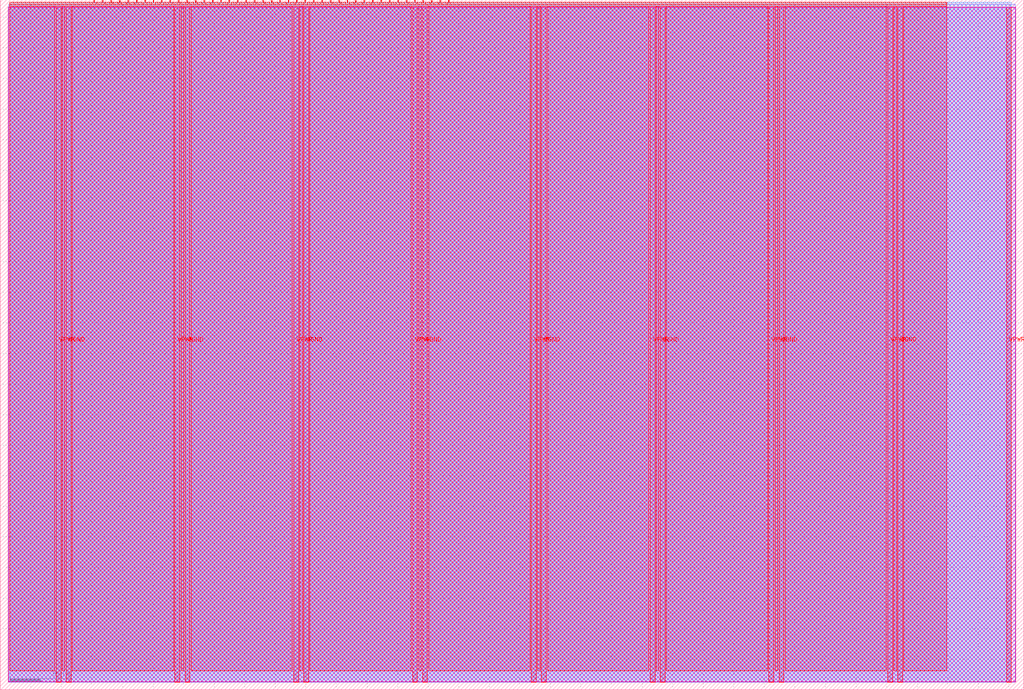
<source format=lef>
VERSION 5.7 ;
  NOWIREEXTENSIONATPIN ON ;
  DIVIDERCHAR "/" ;
  BUSBITCHARS "[]" ;
MACRO tt_um_urish_sic1
  CLASS BLOCK ;
  FOREIGN tt_um_urish_sic1 ;
  ORIGIN 0.000 0.000 ;
  SIZE 334.880 BY 225.760 ;
  PIN VGND
    DIRECTION INOUT ;
    USE GROUND ;
    PORT
      LAYER met4 ;
        RECT 21.580 2.480 23.180 223.280 ;
    END
    PORT
      LAYER met4 ;
        RECT 60.450 2.480 62.050 223.280 ;
    END
    PORT
      LAYER met4 ;
        RECT 99.320 2.480 100.920 223.280 ;
    END
    PORT
      LAYER met4 ;
        RECT 138.190 2.480 139.790 223.280 ;
    END
    PORT
      LAYER met4 ;
        RECT 177.060 2.480 178.660 223.280 ;
    END
    PORT
      LAYER met4 ;
        RECT 215.930 2.480 217.530 223.280 ;
    END
    PORT
      LAYER met4 ;
        RECT 254.800 2.480 256.400 223.280 ;
    END
    PORT
      LAYER met4 ;
        RECT 293.670 2.480 295.270 223.280 ;
    END
  END VGND
  PIN VPWR
    DIRECTION INOUT ;
    USE POWER ;
    PORT
      LAYER met4 ;
        RECT 18.280 2.480 19.880 223.280 ;
    END
    PORT
      LAYER met4 ;
        RECT 57.150 2.480 58.750 223.280 ;
    END
    PORT
      LAYER met4 ;
        RECT 96.020 2.480 97.620 223.280 ;
    END
    PORT
      LAYER met4 ;
        RECT 134.890 2.480 136.490 223.280 ;
    END
    PORT
      LAYER met4 ;
        RECT 173.760 2.480 175.360 223.280 ;
    END
    PORT
      LAYER met4 ;
        RECT 212.630 2.480 214.230 223.280 ;
    END
    PORT
      LAYER met4 ;
        RECT 251.500 2.480 253.100 223.280 ;
    END
    PORT
      LAYER met4 ;
        RECT 290.370 2.480 291.970 223.280 ;
    END
    PORT
      LAYER met4 ;
        RECT 329.240 2.480 330.840 223.280 ;
    END
  END VPWR
  PIN clk
    DIRECTION INPUT ;
    USE SIGNAL ;
    ANTENNAGATEAREA 0.852000 ;
    PORT
      LAYER met4 ;
        RECT 143.830 224.760 144.130 225.760 ;
    END
  END clk
  PIN ena
    DIRECTION INPUT ;
    USE SIGNAL ;
    PORT
      LAYER met4 ;
        RECT 146.590 224.760 146.890 225.760 ;
    END
  END ena
  PIN rst_n
    DIRECTION INPUT ;
    USE SIGNAL ;
    ANTENNAGATEAREA 0.213000 ;
    PORT
      LAYER met4 ;
        RECT 141.070 224.760 141.370 225.760 ;
    END
  END rst_n
  PIN ui_in[0]
    DIRECTION INPUT ;
    USE SIGNAL ;
    ANTENNAGATEAREA 0.247500 ;
    PORT
      LAYER met4 ;
        RECT 138.310 224.760 138.610 225.760 ;
    END
  END ui_in[0]
  PIN ui_in[1]
    DIRECTION INPUT ;
    USE SIGNAL ;
    ANTENNAGATEAREA 0.213000 ;
    PORT
      LAYER met4 ;
        RECT 135.550 224.760 135.850 225.760 ;
    END
  END ui_in[1]
  PIN ui_in[2]
    DIRECTION INPUT ;
    USE SIGNAL ;
    ANTENNAGATEAREA 0.213000 ;
    PORT
      LAYER met4 ;
        RECT 132.790 224.760 133.090 225.760 ;
    END
  END ui_in[2]
  PIN ui_in[3]
    DIRECTION INPUT ;
    USE SIGNAL ;
    ANTENNAGATEAREA 0.247500 ;
    PORT
      LAYER met4 ;
        RECT 130.030 224.760 130.330 225.760 ;
    END
  END ui_in[3]
  PIN ui_in[4]
    DIRECTION INPUT ;
    USE SIGNAL ;
    ANTENNAGATEAREA 0.247500 ;
    PORT
      LAYER met4 ;
        RECT 127.270 224.760 127.570 225.760 ;
    END
  END ui_in[4]
  PIN ui_in[5]
    DIRECTION INPUT ;
    USE SIGNAL ;
    ANTENNAGATEAREA 0.159000 ;
    PORT
      LAYER met4 ;
        RECT 124.510 224.760 124.810 225.760 ;
    END
  END ui_in[5]
  PIN ui_in[6]
    DIRECTION INPUT ;
    USE SIGNAL ;
    ANTENNAGATEAREA 0.159000 ;
    PORT
      LAYER met4 ;
        RECT 121.750 224.760 122.050 225.760 ;
    END
  END ui_in[6]
  PIN ui_in[7]
    DIRECTION INPUT ;
    USE SIGNAL ;
    ANTENNAGATEAREA 0.159000 ;
    PORT
      LAYER met4 ;
        RECT 118.990 224.760 119.290 225.760 ;
    END
  END ui_in[7]
  PIN uio_in[0]
    DIRECTION INPUT ;
    USE SIGNAL ;
    ANTENNAGATEAREA 0.213000 ;
    PORT
      LAYER met4 ;
        RECT 116.230 224.760 116.530 225.760 ;
    END
  END uio_in[0]
  PIN uio_in[1]
    DIRECTION INPUT ;
    USE SIGNAL ;
    PORT
      LAYER met4 ;
        RECT 113.470 224.760 113.770 225.760 ;
    END
  END uio_in[1]
  PIN uio_in[2]
    DIRECTION INPUT ;
    USE SIGNAL ;
    ANTENNAGATEAREA 0.213000 ;
    PORT
      LAYER met4 ;
        RECT 110.710 224.760 111.010 225.760 ;
    END
  END uio_in[2]
  PIN uio_in[3]
    DIRECTION INPUT ;
    USE SIGNAL ;
    ANTENNAGATEAREA 0.196500 ;
    PORT
      LAYER met4 ;
        RECT 107.950 224.760 108.250 225.760 ;
    END
  END uio_in[3]
  PIN uio_in[4]
    DIRECTION INPUT ;
    USE SIGNAL ;
    PORT
      LAYER met4 ;
        RECT 105.190 224.760 105.490 225.760 ;
    END
  END uio_in[4]
  PIN uio_in[5]
    DIRECTION INPUT ;
    USE SIGNAL ;
    ANTENNAGATEAREA 0.213000 ;
    PORT
      LAYER met4 ;
        RECT 102.430 224.760 102.730 225.760 ;
    END
  END uio_in[5]
  PIN uio_in[6]
    DIRECTION INPUT ;
    USE SIGNAL ;
    ANTENNAGATEAREA 0.213000 ;
    PORT
      LAYER met4 ;
        RECT 99.670 224.760 99.970 225.760 ;
    END
  END uio_in[6]
  PIN uio_in[7]
    DIRECTION INPUT ;
    USE SIGNAL ;
    ANTENNAGATEAREA 0.213000 ;
    PORT
      LAYER met4 ;
        RECT 96.910 224.760 97.210 225.760 ;
    END
  END uio_in[7]
  PIN uio_oe[0]
    DIRECTION OUTPUT ;
    USE SIGNAL ;
    PORT
      LAYER met4 ;
        RECT 49.990 224.760 50.290 225.760 ;
    END
  END uio_oe[0]
  PIN uio_oe[1]
    DIRECTION OUTPUT ;
    USE SIGNAL ;
    PORT
      LAYER met4 ;
        RECT 47.230 224.760 47.530 225.760 ;
    END
  END uio_oe[1]
  PIN uio_oe[2]
    DIRECTION OUTPUT ;
    USE SIGNAL ;
    PORT
      LAYER met4 ;
        RECT 44.470 224.760 44.770 225.760 ;
    END
  END uio_oe[2]
  PIN uio_oe[3]
    DIRECTION OUTPUT ;
    USE SIGNAL ;
    PORT
      LAYER met4 ;
        RECT 41.710 224.760 42.010 225.760 ;
    END
  END uio_oe[3]
  PIN uio_oe[4]
    DIRECTION OUTPUT ;
    USE SIGNAL ;
    PORT
      LAYER met4 ;
        RECT 38.950 224.760 39.250 225.760 ;
    END
  END uio_oe[4]
  PIN uio_oe[5]
    DIRECTION OUTPUT ;
    USE SIGNAL ;
    PORT
      LAYER met4 ;
        RECT 36.190 224.760 36.490 225.760 ;
    END
  END uio_oe[5]
  PIN uio_oe[6]
    DIRECTION OUTPUT ;
    USE SIGNAL ;
    PORT
      LAYER met4 ;
        RECT 33.430 224.760 33.730 225.760 ;
    END
  END uio_oe[6]
  PIN uio_oe[7]
    DIRECTION OUTPUT ;
    USE SIGNAL ;
    PORT
      LAYER met4 ;
        RECT 30.670 224.760 30.970 225.760 ;
    END
  END uio_oe[7]
  PIN uio_out[0]
    DIRECTION OUTPUT ;
    USE SIGNAL ;
    PORT
      LAYER met4 ;
        RECT 72.070 224.760 72.370 225.760 ;
    END
  END uio_out[0]
  PIN uio_out[1]
    DIRECTION OUTPUT ;
    USE SIGNAL ;
    ANTENNADIFFAREA 0.445500 ;
    PORT
      LAYER met4 ;
        RECT 69.310 224.760 69.610 225.760 ;
    END
  END uio_out[1]
  PIN uio_out[2]
    DIRECTION OUTPUT ;
    USE SIGNAL ;
    PORT
      LAYER met4 ;
        RECT 66.550 224.760 66.850 225.760 ;
    END
  END uio_out[2]
  PIN uio_out[3]
    DIRECTION OUTPUT ;
    USE SIGNAL ;
    PORT
      LAYER met4 ;
        RECT 63.790 224.760 64.090 225.760 ;
    END
  END uio_out[3]
  PIN uio_out[4]
    DIRECTION OUTPUT ;
    USE SIGNAL ;
    ANTENNADIFFAREA 0.795200 ;
    PORT
      LAYER met4 ;
        RECT 61.030 224.760 61.330 225.760 ;
    END
  END uio_out[4]
  PIN uio_out[5]
    DIRECTION OUTPUT ;
    USE SIGNAL ;
    PORT
      LAYER met4 ;
        RECT 58.270 224.760 58.570 225.760 ;
    END
  END uio_out[5]
  PIN uio_out[6]
    DIRECTION OUTPUT ;
    USE SIGNAL ;
    PORT
      LAYER met4 ;
        RECT 55.510 224.760 55.810 225.760 ;
    END
  END uio_out[6]
  PIN uio_out[7]
    DIRECTION OUTPUT ;
    USE SIGNAL ;
    PORT
      LAYER met4 ;
        RECT 52.750 224.760 53.050 225.760 ;
    END
  END uio_out[7]
  PIN uo_out[0]
    DIRECTION OUTPUT ;
    USE SIGNAL ;
    ANTENNADIFFAREA 0.891000 ;
    PORT
      LAYER met4 ;
        RECT 94.150 224.760 94.450 225.760 ;
    END
  END uo_out[0]
  PIN uo_out[1]
    DIRECTION OUTPUT ;
    USE SIGNAL ;
    ANTENNADIFFAREA 0.891000 ;
    PORT
      LAYER met4 ;
        RECT 91.390 224.760 91.690 225.760 ;
    END
  END uo_out[1]
  PIN uo_out[2]
    DIRECTION OUTPUT ;
    USE SIGNAL ;
    ANTENNADIFFAREA 0.891000 ;
    PORT
      LAYER met4 ;
        RECT 88.630 224.760 88.930 225.760 ;
    END
  END uo_out[2]
  PIN uo_out[3]
    DIRECTION OUTPUT ;
    USE SIGNAL ;
    ANTENNADIFFAREA 0.891000 ;
    PORT
      LAYER met4 ;
        RECT 85.870 224.760 86.170 225.760 ;
    END
  END uo_out[3]
  PIN uo_out[4]
    DIRECTION OUTPUT ;
    USE SIGNAL ;
    ANTENNADIFFAREA 0.891000 ;
    PORT
      LAYER met4 ;
        RECT 83.110 224.760 83.410 225.760 ;
    END
  END uo_out[4]
  PIN uo_out[5]
    DIRECTION OUTPUT ;
    USE SIGNAL ;
    ANTENNADIFFAREA 0.891000 ;
    PORT
      LAYER met4 ;
        RECT 80.350 224.760 80.650 225.760 ;
    END
  END uo_out[5]
  PIN uo_out[6]
    DIRECTION OUTPUT ;
    USE SIGNAL ;
    ANTENNADIFFAREA 0.891000 ;
    PORT
      LAYER met4 ;
        RECT 77.590 224.760 77.890 225.760 ;
    END
  END uo_out[6]
  PIN uo_out[7]
    DIRECTION OUTPUT ;
    USE SIGNAL ;
    ANTENNADIFFAREA 0.891000 ;
    PORT
      LAYER met4 ;
        RECT 74.830 224.760 75.130 225.760 ;
    END
  END uo_out[7]
  OBS
      LAYER nwell ;
        RECT 2.570 2.635 332.310 223.230 ;
      LAYER li1 ;
        RECT 2.760 2.635 332.120 223.125 ;
      LAYER met1 ;
        RECT 2.760 2.480 332.120 224.360 ;
      LAYER met2 ;
        RECT 3.040 2.535 330.810 224.925 ;
      LAYER met3 ;
        RECT 3.030 2.555 330.830 224.905 ;
      LAYER met4 ;
        RECT 3.055 224.360 30.270 224.905 ;
        RECT 31.370 224.360 33.030 224.905 ;
        RECT 34.130 224.360 35.790 224.905 ;
        RECT 36.890 224.360 38.550 224.905 ;
        RECT 39.650 224.360 41.310 224.905 ;
        RECT 42.410 224.360 44.070 224.905 ;
        RECT 45.170 224.360 46.830 224.905 ;
        RECT 47.930 224.360 49.590 224.905 ;
        RECT 50.690 224.360 52.350 224.905 ;
        RECT 53.450 224.360 55.110 224.905 ;
        RECT 56.210 224.360 57.870 224.905 ;
        RECT 58.970 224.360 60.630 224.905 ;
        RECT 61.730 224.360 63.390 224.905 ;
        RECT 64.490 224.360 66.150 224.905 ;
        RECT 67.250 224.360 68.910 224.905 ;
        RECT 70.010 224.360 71.670 224.905 ;
        RECT 72.770 224.360 74.430 224.905 ;
        RECT 75.530 224.360 77.190 224.905 ;
        RECT 78.290 224.360 79.950 224.905 ;
        RECT 81.050 224.360 82.710 224.905 ;
        RECT 83.810 224.360 85.470 224.905 ;
        RECT 86.570 224.360 88.230 224.905 ;
        RECT 89.330 224.360 90.990 224.905 ;
        RECT 92.090 224.360 93.750 224.905 ;
        RECT 94.850 224.360 96.510 224.905 ;
        RECT 97.610 224.360 99.270 224.905 ;
        RECT 100.370 224.360 102.030 224.905 ;
        RECT 103.130 224.360 104.790 224.905 ;
        RECT 105.890 224.360 107.550 224.905 ;
        RECT 108.650 224.360 110.310 224.905 ;
        RECT 111.410 224.360 113.070 224.905 ;
        RECT 114.170 224.360 115.830 224.905 ;
        RECT 116.930 224.360 118.590 224.905 ;
        RECT 119.690 224.360 121.350 224.905 ;
        RECT 122.450 224.360 124.110 224.905 ;
        RECT 125.210 224.360 126.870 224.905 ;
        RECT 127.970 224.360 129.630 224.905 ;
        RECT 130.730 224.360 132.390 224.905 ;
        RECT 133.490 224.360 135.150 224.905 ;
        RECT 136.250 224.360 137.910 224.905 ;
        RECT 139.010 224.360 140.670 224.905 ;
        RECT 141.770 224.360 143.430 224.905 ;
        RECT 144.530 224.360 146.190 224.905 ;
        RECT 147.290 224.360 309.745 224.905 ;
        RECT 3.055 223.680 309.745 224.360 ;
        RECT 3.055 6.295 17.880 223.680 ;
        RECT 20.280 6.295 21.180 223.680 ;
        RECT 23.580 6.295 56.750 223.680 ;
        RECT 59.150 6.295 60.050 223.680 ;
        RECT 62.450 6.295 95.620 223.680 ;
        RECT 98.020 6.295 98.920 223.680 ;
        RECT 101.320 6.295 134.490 223.680 ;
        RECT 136.890 6.295 137.790 223.680 ;
        RECT 140.190 6.295 173.360 223.680 ;
        RECT 175.760 6.295 176.660 223.680 ;
        RECT 179.060 6.295 212.230 223.680 ;
        RECT 214.630 6.295 215.530 223.680 ;
        RECT 217.930 6.295 251.100 223.680 ;
        RECT 253.500 6.295 254.400 223.680 ;
        RECT 256.800 6.295 289.970 223.680 ;
        RECT 292.370 6.295 293.270 223.680 ;
        RECT 295.670 6.295 309.745 223.680 ;
  END
END tt_um_urish_sic1
END LIBRARY


</source>
